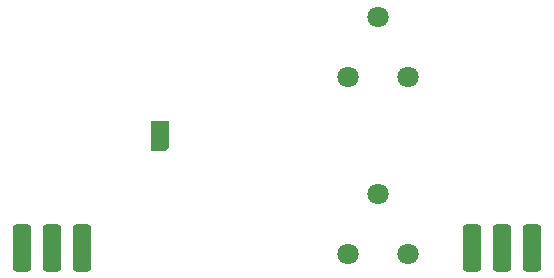
<source format=gbs>
%TF.GenerationSoftware,KiCad,Pcbnew,8.0.4*%
%TF.CreationDate,2025-01-04T18:22:51+00:00*%
%TF.ProjectId,r1283_power,72313238-335f-4706-9f77-65722e6b6963,rev?*%
%TF.SameCoordinates,Original*%
%TF.FileFunction,Soldermask,Bot*%
%TF.FilePolarity,Negative*%
%FSLAX46Y46*%
G04 Gerber Fmt 4.6, Leading zero omitted, Abs format (unit mm)*
G04 Created by KiCad (PCBNEW 8.0.4) date 2025-01-04 18:22:51*
%MOMM*%
%LPD*%
G01*
G04 APERTURE LIST*
G04 Aperture macros list*
%AMRoundRect*
0 Rectangle with rounded corners*
0 $1 Rounding radius*
0 $2 $3 $4 $5 $6 $7 $8 $9 X,Y pos of 4 corners*
0 Add a 4 corners polygon primitive as box body*
4,1,4,$2,$3,$4,$5,$6,$7,$8,$9,$2,$3,0*
0 Add four circle primitives for the rounded corners*
1,1,$1+$1,$2,$3*
1,1,$1+$1,$4,$5*
1,1,$1+$1,$6,$7*
1,1,$1+$1,$8,$9*
0 Add four rect primitives between the rounded corners*
20,1,$1+$1,$2,$3,$4,$5,0*
20,1,$1+$1,$4,$5,$6,$7,0*
20,1,$1+$1,$6,$7,$8,$9,0*
20,1,$1+$1,$8,$9,$2,$3,0*%
%AMOutline5P*
0 Free polygon, 5 corners , with rotation*
0 The origin of the aperture is its center*
0 number of corners: always 5*
0 $1 to $10 corner X, Y*
0 $11 Rotation angle, in degrees counterclockwise*
0 create outline with 5 corners*
4,1,5,$1,$2,$3,$4,$5,$6,$7,$8,$9,$10,$1,$2,$11*%
%AMOutline6P*
0 Free polygon, 6 corners , with rotation*
0 The origin of the aperture is its center*
0 number of corners: always 6*
0 $1 to $12 corner X, Y*
0 $13 Rotation angle, in degrees counterclockwise*
0 create outline with 6 corners*
4,1,6,$1,$2,$3,$4,$5,$6,$7,$8,$9,$10,$11,$12,$1,$2,$13*%
%AMOutline7P*
0 Free polygon, 7 corners , with rotation*
0 The origin of the aperture is its center*
0 number of corners: always 7*
0 $1 to $14 corner X, Y*
0 $15 Rotation angle, in degrees counterclockwise*
0 create outline with 7 corners*
4,1,7,$1,$2,$3,$4,$5,$6,$7,$8,$9,$10,$11,$12,$13,$14,$1,$2,$15*%
%AMOutline8P*
0 Free polygon, 8 corners , with rotation*
0 The origin of the aperture is its center*
0 number of corners: always 8*
0 $1 to $16 corner X, Y*
0 $17 Rotation angle, in degrees counterclockwise*
0 create outline with 8 corners*
4,1,8,$1,$2,$3,$4,$5,$6,$7,$8,$9,$10,$11,$12,$13,$14,$15,$16,$1,$2,$17*%
G04 Aperture macros list end*
%ADD10Outline5P,-0.800000X0.930000X-0.480000X1.250000X0.800000X1.250000X0.800000X-1.250000X-0.800000X-1.250000X180.000000*%
%ADD11C,1.800000*%
%ADD12RoundRect,0.250000X-0.500000X-1.750000X0.500000X-1.750000X0.500000X1.750000X-0.500000X1.750000X0*%
%ADD13RoundRect,0.250000X0.500000X1.750000X-0.500000X1.750000X-0.500000X-1.750000X0.500000X-1.750000X0*%
G04 APERTURE END LIST*
D10*
%TO.C,U1*%
X65000000Y-61500000D03*
%TD*%
D11*
%TO.C,RV1*%
X86040000Y-56540000D03*
X83500000Y-51460000D03*
X80960000Y-56540000D03*
%TD*%
%TO.C,RV2*%
X86040000Y-71540000D03*
X83500000Y-66460000D03*
X80960000Y-71540000D03*
%TD*%
D12*
%TO.C,J7*%
X58440000Y-71000000D03*
X55900000Y-71000000D03*
X53360000Y-71000000D03*
%TD*%
D13*
%TO.C,J6*%
X91460000Y-71000000D03*
X94000000Y-71000000D03*
X96540000Y-71000000D03*
%TD*%
M02*

</source>
